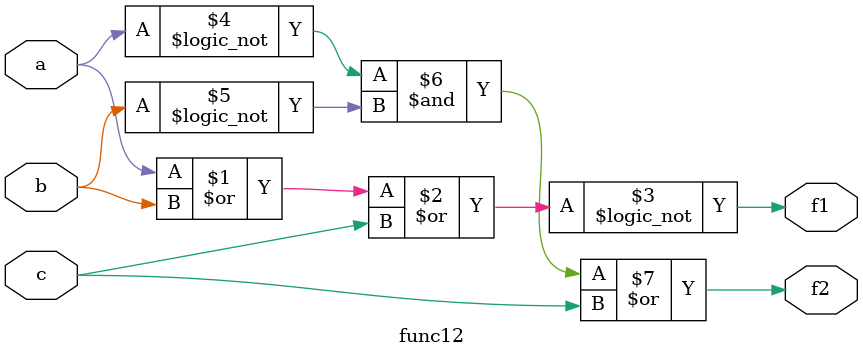
<source format=v>
`timescale 1 ns / 1 ps

module func12 ( a ,b ,c ,f1 ,f2 );

output f1 ;
wire f1 ;
output f2 ;
wire f2 ;

input a ;
wire a ;
input b ;
wire b ;
input c ;
wire c ;

//}} End of automatically maintained section

assign #1 f1=!(a|b|c);
assign #1 f2=!(a)&!(b)|c;

endmodule

</source>
